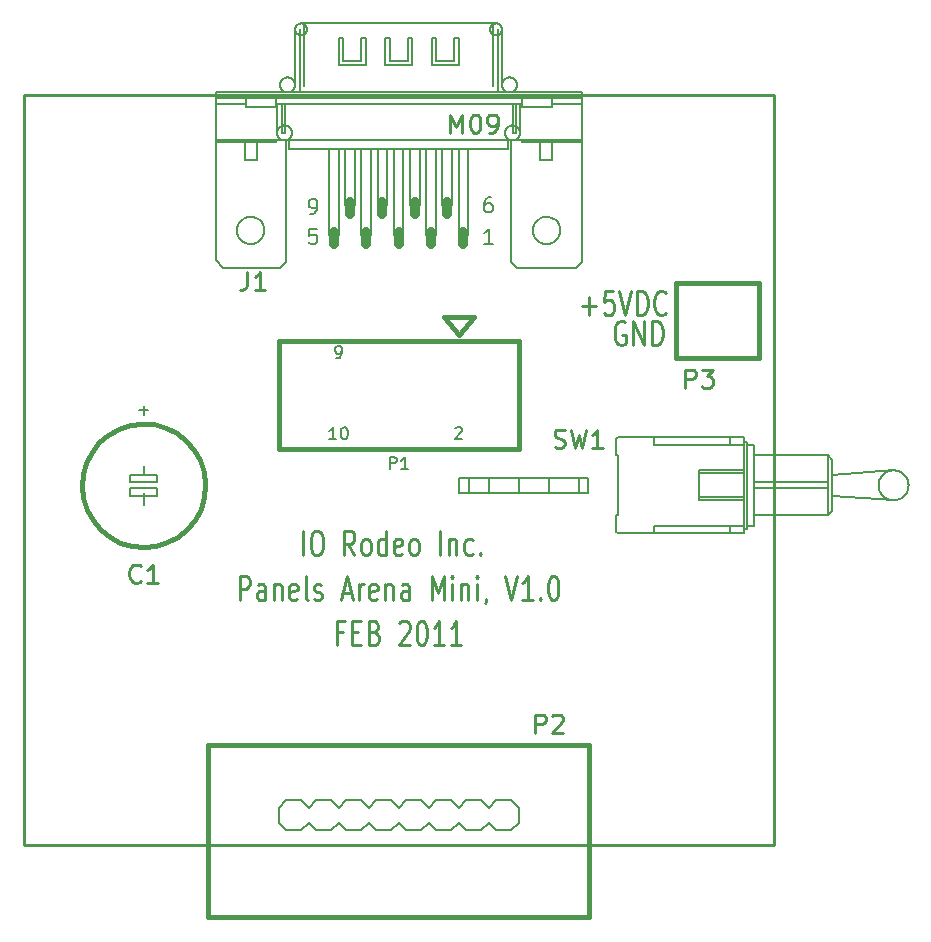
<source format=gto>
G04 (created by PCBNEW-RS274X (2010-03-14)-final) date Mon 07 Feb 2011 05:49:37 PM PST*
G01*
G70*
G90*
%MOIN*%
G04 Gerber Fmt 3.4, Leading zero omitted, Abs format*
%FSLAX34Y34*%
G04 APERTURE LIST*
%ADD10C,0.006000*%
%ADD11C,0.009000*%
%ADD12C,0.010000*%
%ADD13C,0.008000*%
%ADD14C,0.032000*%
%ADD15C,0.015000*%
%ADD16C,0.005000*%
%ADD17C,0.006700*%
G04 APERTURE END LIST*
G54D10*
G54D11*
X38500Y-31500D02*
X38500Y-56500D01*
X63500Y-31500D02*
X38500Y-31500D01*
X63500Y-56500D02*
X63500Y-31500D01*
X38500Y-56500D02*
X63500Y-56500D01*
G54D12*
X57129Y-38519D02*
X57586Y-38519D01*
X57357Y-38824D02*
X57357Y-38214D01*
X58158Y-38024D02*
X57872Y-38024D01*
X57843Y-38405D01*
X57872Y-38367D01*
X57929Y-38329D01*
X58072Y-38329D01*
X58129Y-38367D01*
X58158Y-38405D01*
X58186Y-38481D01*
X58186Y-38671D01*
X58158Y-38748D01*
X58129Y-38786D01*
X58072Y-38824D01*
X57929Y-38824D01*
X57872Y-38786D01*
X57843Y-38748D01*
X58357Y-38024D02*
X58557Y-38824D01*
X58757Y-38024D01*
X58957Y-38824D02*
X58957Y-38024D01*
X59100Y-38024D01*
X59185Y-38062D01*
X59243Y-38138D01*
X59271Y-38214D01*
X59300Y-38367D01*
X59300Y-38481D01*
X59271Y-38633D01*
X59243Y-38710D01*
X59185Y-38786D01*
X59100Y-38824D01*
X58957Y-38824D01*
X59900Y-38748D02*
X59871Y-38786D01*
X59785Y-38824D01*
X59728Y-38824D01*
X59643Y-38786D01*
X59585Y-38710D01*
X59557Y-38633D01*
X59528Y-38481D01*
X59528Y-38367D01*
X59557Y-38214D01*
X59585Y-38138D01*
X59643Y-38062D01*
X59728Y-38024D01*
X59785Y-38024D01*
X59871Y-38062D01*
X59900Y-38100D01*
X58543Y-39062D02*
X58486Y-39024D01*
X58400Y-39024D01*
X58315Y-39062D01*
X58257Y-39138D01*
X58229Y-39214D01*
X58200Y-39367D01*
X58200Y-39481D01*
X58229Y-39633D01*
X58257Y-39710D01*
X58315Y-39786D01*
X58400Y-39824D01*
X58457Y-39824D01*
X58543Y-39786D01*
X58572Y-39748D01*
X58572Y-39481D01*
X58457Y-39481D01*
X58829Y-39824D02*
X58829Y-39024D01*
X59172Y-39824D01*
X59172Y-39024D01*
X59458Y-39824D02*
X59458Y-39024D01*
X59601Y-39024D01*
X59686Y-39062D01*
X59744Y-39138D01*
X59772Y-39214D01*
X59801Y-39367D01*
X59801Y-39481D01*
X59772Y-39633D01*
X59744Y-39710D01*
X59686Y-39786D01*
X59601Y-39824D01*
X59458Y-39824D01*
X49144Y-49405D02*
X48944Y-49405D01*
X48944Y-49824D02*
X48944Y-49024D01*
X49230Y-49024D01*
X49458Y-49405D02*
X49658Y-49405D01*
X49744Y-49824D02*
X49458Y-49824D01*
X49458Y-49024D01*
X49744Y-49024D01*
X50201Y-49405D02*
X50287Y-49443D01*
X50315Y-49481D01*
X50344Y-49557D01*
X50344Y-49671D01*
X50315Y-49748D01*
X50287Y-49786D01*
X50229Y-49824D01*
X50001Y-49824D01*
X50001Y-49024D01*
X50201Y-49024D01*
X50258Y-49062D01*
X50287Y-49100D01*
X50315Y-49176D01*
X50315Y-49252D01*
X50287Y-49329D01*
X50258Y-49367D01*
X50201Y-49405D01*
X50001Y-49405D01*
X51029Y-49100D02*
X51058Y-49062D01*
X51115Y-49024D01*
X51258Y-49024D01*
X51315Y-49062D01*
X51344Y-49100D01*
X51372Y-49176D01*
X51372Y-49252D01*
X51344Y-49367D01*
X51001Y-49824D01*
X51372Y-49824D01*
X51743Y-49024D02*
X51800Y-49024D01*
X51857Y-49062D01*
X51886Y-49100D01*
X51915Y-49176D01*
X51943Y-49329D01*
X51943Y-49519D01*
X51915Y-49671D01*
X51886Y-49748D01*
X51857Y-49786D01*
X51800Y-49824D01*
X51743Y-49824D01*
X51686Y-49786D01*
X51657Y-49748D01*
X51629Y-49671D01*
X51600Y-49519D01*
X51600Y-49329D01*
X51629Y-49176D01*
X51657Y-49100D01*
X51686Y-49062D01*
X51743Y-49024D01*
X52514Y-49824D02*
X52171Y-49824D01*
X52343Y-49824D02*
X52343Y-49024D01*
X52286Y-49138D01*
X52228Y-49214D01*
X52171Y-49252D01*
X53085Y-49824D02*
X52742Y-49824D01*
X52914Y-49824D02*
X52914Y-49024D01*
X52857Y-49138D01*
X52799Y-49214D01*
X52742Y-49252D01*
X47814Y-46824D02*
X47814Y-46024D01*
X48214Y-46024D02*
X48328Y-46024D01*
X48386Y-46062D01*
X48443Y-46138D01*
X48471Y-46290D01*
X48471Y-46557D01*
X48443Y-46710D01*
X48386Y-46786D01*
X48328Y-46824D01*
X48214Y-46824D01*
X48157Y-46786D01*
X48100Y-46710D01*
X48071Y-46557D01*
X48071Y-46290D01*
X48100Y-46138D01*
X48157Y-46062D01*
X48214Y-46024D01*
X49529Y-46824D02*
X49329Y-46443D01*
X49186Y-46824D02*
X49186Y-46024D01*
X49414Y-46024D01*
X49472Y-46062D01*
X49500Y-46100D01*
X49529Y-46176D01*
X49529Y-46290D01*
X49500Y-46367D01*
X49472Y-46405D01*
X49414Y-46443D01*
X49186Y-46443D01*
X49872Y-46824D02*
X49814Y-46786D01*
X49786Y-46748D01*
X49757Y-46671D01*
X49757Y-46443D01*
X49786Y-46367D01*
X49814Y-46329D01*
X49872Y-46290D01*
X49957Y-46290D01*
X50014Y-46329D01*
X50043Y-46367D01*
X50072Y-46443D01*
X50072Y-46671D01*
X50043Y-46748D01*
X50014Y-46786D01*
X49957Y-46824D01*
X49872Y-46824D01*
X50586Y-46824D02*
X50586Y-46024D01*
X50586Y-46786D02*
X50529Y-46824D01*
X50415Y-46824D01*
X50357Y-46786D01*
X50329Y-46748D01*
X50300Y-46671D01*
X50300Y-46443D01*
X50329Y-46367D01*
X50357Y-46329D01*
X50415Y-46290D01*
X50529Y-46290D01*
X50586Y-46329D01*
X51100Y-46786D02*
X51043Y-46824D01*
X50929Y-46824D01*
X50872Y-46786D01*
X50843Y-46710D01*
X50843Y-46405D01*
X50872Y-46329D01*
X50929Y-46290D01*
X51043Y-46290D01*
X51100Y-46329D01*
X51129Y-46405D01*
X51129Y-46481D01*
X50843Y-46557D01*
X51472Y-46824D02*
X51414Y-46786D01*
X51386Y-46748D01*
X51357Y-46671D01*
X51357Y-46443D01*
X51386Y-46367D01*
X51414Y-46329D01*
X51472Y-46290D01*
X51557Y-46290D01*
X51614Y-46329D01*
X51643Y-46367D01*
X51672Y-46443D01*
X51672Y-46671D01*
X51643Y-46748D01*
X51614Y-46786D01*
X51557Y-46824D01*
X51472Y-46824D01*
X52386Y-46824D02*
X52386Y-46024D01*
X52672Y-46290D02*
X52672Y-46824D01*
X52672Y-46367D02*
X52700Y-46329D01*
X52758Y-46290D01*
X52843Y-46290D01*
X52900Y-46329D01*
X52929Y-46405D01*
X52929Y-46824D01*
X53472Y-46786D02*
X53415Y-46824D01*
X53301Y-46824D01*
X53243Y-46786D01*
X53215Y-46748D01*
X53186Y-46671D01*
X53186Y-46443D01*
X53215Y-46367D01*
X53243Y-46329D01*
X53301Y-46290D01*
X53415Y-46290D01*
X53472Y-46329D01*
X53729Y-46748D02*
X53757Y-46786D01*
X53729Y-46824D01*
X53700Y-46786D01*
X53729Y-46748D01*
X53729Y-46824D01*
X45701Y-48324D02*
X45701Y-47524D01*
X45929Y-47524D01*
X45987Y-47562D01*
X46015Y-47600D01*
X46044Y-47676D01*
X46044Y-47790D01*
X46015Y-47867D01*
X45987Y-47905D01*
X45929Y-47943D01*
X45701Y-47943D01*
X46558Y-48324D02*
X46558Y-47905D01*
X46529Y-47829D01*
X46472Y-47790D01*
X46358Y-47790D01*
X46301Y-47829D01*
X46558Y-48286D02*
X46501Y-48324D01*
X46358Y-48324D01*
X46301Y-48286D01*
X46272Y-48210D01*
X46272Y-48133D01*
X46301Y-48057D01*
X46358Y-48019D01*
X46501Y-48019D01*
X46558Y-47981D01*
X46844Y-47790D02*
X46844Y-48324D01*
X46844Y-47867D02*
X46872Y-47829D01*
X46930Y-47790D01*
X47015Y-47790D01*
X47072Y-47829D01*
X47101Y-47905D01*
X47101Y-48324D01*
X47615Y-48286D02*
X47558Y-48324D01*
X47444Y-48324D01*
X47387Y-48286D01*
X47358Y-48210D01*
X47358Y-47905D01*
X47387Y-47829D01*
X47444Y-47790D01*
X47558Y-47790D01*
X47615Y-47829D01*
X47644Y-47905D01*
X47644Y-47981D01*
X47358Y-48057D01*
X47987Y-48324D02*
X47929Y-48286D01*
X47901Y-48210D01*
X47901Y-47524D01*
X48186Y-48286D02*
X48243Y-48324D01*
X48358Y-48324D01*
X48415Y-48286D01*
X48443Y-48210D01*
X48443Y-48171D01*
X48415Y-48095D01*
X48358Y-48057D01*
X48272Y-48057D01*
X48215Y-48019D01*
X48186Y-47943D01*
X48186Y-47905D01*
X48215Y-47829D01*
X48272Y-47790D01*
X48358Y-47790D01*
X48415Y-47829D01*
X49129Y-48095D02*
X49415Y-48095D01*
X49072Y-48324D02*
X49272Y-47524D01*
X49472Y-48324D01*
X49672Y-48324D02*
X49672Y-47790D01*
X49672Y-47943D02*
X49700Y-47867D01*
X49729Y-47829D01*
X49786Y-47790D01*
X49843Y-47790D01*
X50271Y-48286D02*
X50214Y-48324D01*
X50100Y-48324D01*
X50043Y-48286D01*
X50014Y-48210D01*
X50014Y-47905D01*
X50043Y-47829D01*
X50100Y-47790D01*
X50214Y-47790D01*
X50271Y-47829D01*
X50300Y-47905D01*
X50300Y-47981D01*
X50014Y-48057D01*
X50557Y-47790D02*
X50557Y-48324D01*
X50557Y-47867D02*
X50585Y-47829D01*
X50643Y-47790D01*
X50728Y-47790D01*
X50785Y-47829D01*
X50814Y-47905D01*
X50814Y-48324D01*
X51357Y-48324D02*
X51357Y-47905D01*
X51328Y-47829D01*
X51271Y-47790D01*
X51157Y-47790D01*
X51100Y-47829D01*
X51357Y-48286D02*
X51300Y-48324D01*
X51157Y-48324D01*
X51100Y-48286D01*
X51071Y-48210D01*
X51071Y-48133D01*
X51100Y-48057D01*
X51157Y-48019D01*
X51300Y-48019D01*
X51357Y-47981D01*
X52100Y-48324D02*
X52100Y-47524D01*
X52300Y-48095D01*
X52500Y-47524D01*
X52500Y-48324D01*
X52786Y-48324D02*
X52786Y-47790D01*
X52786Y-47524D02*
X52757Y-47562D01*
X52786Y-47600D01*
X52814Y-47562D01*
X52786Y-47524D01*
X52786Y-47600D01*
X53072Y-47790D02*
X53072Y-48324D01*
X53072Y-47867D02*
X53100Y-47829D01*
X53158Y-47790D01*
X53243Y-47790D01*
X53300Y-47829D01*
X53329Y-47905D01*
X53329Y-48324D01*
X53615Y-48324D02*
X53615Y-47790D01*
X53615Y-47524D02*
X53586Y-47562D01*
X53615Y-47600D01*
X53643Y-47562D01*
X53615Y-47524D01*
X53615Y-47600D01*
X53929Y-48286D02*
X53929Y-48324D01*
X53901Y-48400D01*
X53872Y-48438D01*
X54558Y-47524D02*
X54758Y-48324D01*
X54958Y-47524D01*
X55472Y-48324D02*
X55129Y-48324D01*
X55301Y-48324D02*
X55301Y-47524D01*
X55244Y-47638D01*
X55186Y-47714D01*
X55129Y-47752D01*
X55729Y-48248D02*
X55757Y-48286D01*
X55729Y-48324D01*
X55700Y-48286D01*
X55729Y-48248D01*
X55729Y-48324D01*
X56129Y-47524D02*
X56186Y-47524D01*
X56243Y-47562D01*
X56272Y-47600D01*
X56301Y-47676D01*
X56329Y-47829D01*
X56329Y-48019D01*
X56301Y-48171D01*
X56272Y-48248D01*
X56243Y-48286D01*
X56186Y-48324D01*
X56129Y-48324D01*
X56072Y-48286D01*
X56043Y-48248D01*
X56015Y-48171D01*
X55986Y-48019D01*
X55986Y-47829D01*
X56015Y-47676D01*
X56043Y-47600D01*
X56072Y-47562D01*
X56129Y-47524D01*
G54D13*
X47200Y-31800D02*
X47100Y-31800D01*
X47100Y-31800D02*
X47100Y-32750D01*
X47200Y-32750D02*
X47100Y-32750D01*
X47200Y-31800D02*
X47200Y-32750D01*
X54900Y-31800D02*
X54800Y-31800D01*
X54800Y-31800D02*
X54800Y-32750D01*
X54900Y-32750D02*
X54800Y-32750D01*
X54900Y-31800D02*
X54900Y-32750D01*
X46270Y-33000D02*
X45870Y-33000D01*
X45870Y-33000D02*
X45870Y-33650D01*
X46270Y-33650D02*
X45870Y-33650D01*
X46270Y-33000D02*
X46270Y-33650D01*
X56130Y-33000D02*
X55730Y-33000D01*
X55730Y-33000D02*
X55730Y-33650D01*
X56130Y-33650D02*
X55730Y-33650D01*
X56130Y-33000D02*
X56130Y-33650D01*
X54650Y-33000D02*
X47350Y-33000D01*
X47350Y-33000D02*
X47350Y-33300D01*
X54650Y-33300D02*
X47350Y-33300D01*
X54650Y-33000D02*
X54650Y-33300D01*
X57100Y-31400D02*
X44900Y-31400D01*
X44900Y-31400D02*
X44900Y-31600D01*
X57100Y-31600D02*
X44900Y-31600D01*
X57100Y-31400D02*
X57100Y-31600D01*
X53320Y-33300D02*
X53000Y-33300D01*
X53000Y-33300D02*
X53000Y-36150D01*
X53320Y-36150D02*
X53000Y-36150D01*
X53320Y-33300D02*
X53320Y-36150D01*
X52780Y-33300D02*
X52460Y-33300D01*
X52460Y-33300D02*
X52460Y-35150D01*
X52780Y-35150D02*
X52460Y-35150D01*
X52780Y-33300D02*
X52780Y-35150D01*
X52240Y-33300D02*
X51920Y-33300D01*
X51920Y-33300D02*
X51920Y-36150D01*
X52240Y-36150D02*
X51920Y-36150D01*
X52240Y-33300D02*
X52240Y-36150D01*
X51700Y-33300D02*
X51380Y-33300D01*
X51380Y-33300D02*
X51380Y-35150D01*
X51700Y-35150D02*
X51380Y-35150D01*
X51700Y-33300D02*
X51700Y-35150D01*
X51160Y-33300D02*
X50840Y-33300D01*
X50840Y-33300D02*
X50840Y-36150D01*
X51160Y-36150D02*
X50840Y-36150D01*
X51160Y-33300D02*
X51160Y-36150D01*
X50620Y-33300D02*
X50300Y-33300D01*
X50300Y-33300D02*
X50300Y-35150D01*
X50620Y-35150D02*
X50300Y-35150D01*
X50620Y-33300D02*
X50620Y-35150D01*
X50080Y-33300D02*
X49760Y-33300D01*
X49760Y-33300D02*
X49760Y-36150D01*
X50080Y-36150D02*
X49760Y-36150D01*
X50080Y-33300D02*
X50080Y-36150D01*
X49540Y-33300D02*
X49220Y-33300D01*
X49220Y-33300D02*
X49220Y-35150D01*
X49540Y-35150D02*
X49220Y-35150D01*
X49540Y-33300D02*
X49540Y-35150D01*
X49000Y-33300D02*
X48680Y-33300D01*
X48680Y-33300D02*
X48680Y-36150D01*
X49000Y-36150D02*
X48680Y-36150D01*
X49000Y-33300D02*
X49000Y-36150D01*
G54D10*
X47750Y-29101D02*
X47850Y-29101D01*
X47700Y-31400D02*
X47700Y-29300D01*
X47700Y-31400D02*
X54300Y-31400D01*
X54300Y-31400D02*
X54300Y-29300D01*
X44900Y-33000D02*
X46900Y-33000D01*
X44900Y-33000D02*
X44900Y-31800D01*
X44900Y-33000D02*
X44900Y-33050D01*
X44900Y-31800D02*
X45900Y-31800D01*
X44900Y-31800D02*
X44900Y-31600D01*
X44900Y-31600D02*
X44900Y-31400D01*
X57100Y-31400D02*
X57100Y-31600D01*
X57100Y-31600D02*
X57100Y-31800D01*
X57100Y-31800D02*
X57100Y-33000D01*
X57100Y-33000D02*
X57100Y-33050D01*
X45900Y-31900D02*
X46900Y-31900D01*
X44900Y-31600D02*
X45900Y-31600D01*
X45900Y-31600D02*
X46900Y-31600D01*
X45900Y-31800D02*
X45900Y-31600D01*
X45900Y-31800D02*
X45900Y-31900D01*
X46900Y-31900D02*
X46900Y-31800D01*
X46900Y-31800D02*
X46900Y-31600D01*
X44900Y-33050D02*
X46900Y-33050D01*
X46900Y-33050D02*
X46900Y-33000D01*
X46900Y-31800D02*
X46950Y-31800D01*
X46950Y-31800D02*
X55050Y-31800D01*
X46900Y-33000D02*
X47250Y-33000D01*
X47250Y-33000D02*
X47350Y-33000D01*
X46950Y-32750D02*
X46950Y-31800D01*
X47350Y-33000D02*
X47350Y-33300D01*
X47350Y-33000D02*
X54650Y-33000D01*
X47350Y-33300D02*
X54650Y-33300D01*
X54650Y-33000D02*
X54650Y-33300D01*
X54650Y-33000D02*
X54750Y-33000D01*
X54750Y-33000D02*
X54800Y-33000D01*
X54800Y-33000D02*
X55100Y-33000D01*
X55100Y-33050D02*
X57100Y-33050D01*
X56100Y-31800D02*
X56100Y-31600D01*
X56100Y-31800D02*
X57100Y-31800D01*
X56100Y-31600D02*
X57100Y-31600D01*
X55100Y-31900D02*
X56100Y-31900D01*
X56100Y-31800D02*
X56100Y-31900D01*
X46900Y-31600D02*
X55100Y-31600D01*
X55100Y-31600D02*
X56100Y-31600D01*
X55100Y-31900D02*
X55100Y-31800D01*
X55100Y-31800D02*
X55100Y-31600D01*
X55050Y-32750D02*
X55050Y-31800D01*
X55050Y-31800D02*
X55100Y-31800D01*
X45150Y-37250D02*
X44900Y-37000D01*
X44900Y-37000D02*
X44900Y-33050D01*
X47050Y-37250D02*
X45150Y-37250D01*
X47050Y-37250D02*
X47250Y-37050D01*
X47250Y-37050D02*
X47250Y-33000D01*
X54750Y-37050D02*
X54750Y-33000D01*
X54750Y-37050D02*
X54950Y-37250D01*
X54950Y-37250D02*
X56900Y-37250D01*
X56900Y-37250D02*
X57100Y-37050D01*
X57100Y-37050D02*
X57100Y-33050D01*
X53000Y-30500D02*
X52100Y-30500D01*
X52100Y-30500D02*
X52100Y-29600D01*
X52100Y-29600D02*
X52250Y-29600D01*
X52250Y-29600D02*
X52250Y-30351D01*
X52250Y-30351D02*
X52850Y-30351D01*
X52850Y-30351D02*
X52850Y-29600D01*
X52850Y-29600D02*
X53000Y-29600D01*
X53000Y-29600D02*
X53000Y-30500D01*
X51450Y-30500D02*
X50550Y-30500D01*
X50550Y-30500D02*
X50550Y-29600D01*
X50550Y-29600D02*
X50700Y-29600D01*
X50700Y-29600D02*
X50700Y-30351D01*
X50700Y-30351D02*
X51300Y-30351D01*
X51300Y-30351D02*
X51300Y-29600D01*
X51300Y-29600D02*
X51450Y-29600D01*
X51450Y-29600D02*
X51450Y-30500D01*
X49900Y-30500D02*
X49000Y-30500D01*
X49000Y-30500D02*
X49000Y-29600D01*
X49000Y-29600D02*
X49150Y-29600D01*
X49150Y-29600D02*
X49150Y-30351D01*
X49150Y-30351D02*
X49750Y-30351D01*
X49750Y-30351D02*
X49750Y-29600D01*
X49750Y-29600D02*
X49900Y-29600D01*
X49900Y-29600D02*
X49900Y-30500D01*
X55100Y-33050D02*
X55100Y-33000D01*
X55100Y-33000D02*
X57100Y-33000D01*
X54300Y-31400D02*
X54700Y-31400D01*
X54700Y-31400D02*
X57100Y-31400D01*
X54449Y-31150D02*
X54449Y-29300D01*
X44900Y-31400D02*
X47300Y-31400D01*
X47300Y-31400D02*
X47700Y-31400D01*
X47551Y-31150D02*
X47551Y-29300D01*
X54150Y-31200D02*
X54150Y-29101D01*
X54150Y-29101D02*
X54250Y-29101D01*
X47850Y-31200D02*
X47850Y-29101D01*
X47850Y-29101D02*
X54150Y-29101D01*
G54D14*
X51000Y-36450D02*
X51000Y-36050D01*
X49920Y-36450D02*
X49920Y-36050D01*
X48840Y-36450D02*
X48840Y-36050D01*
X49380Y-35450D02*
X49380Y-35050D01*
X50460Y-35450D02*
X50460Y-35050D01*
X51540Y-35450D02*
X51540Y-35050D01*
X52080Y-36450D02*
X52080Y-36050D01*
X52620Y-35450D02*
X52620Y-35050D01*
X53160Y-36450D02*
X53160Y-36050D01*
G54D10*
X46529Y-36000D02*
X46520Y-36089D01*
X46494Y-36174D01*
X46452Y-36254D01*
X46395Y-36323D01*
X46326Y-36380D01*
X46247Y-36423D01*
X46162Y-36449D01*
X46073Y-36458D01*
X45984Y-36450D01*
X45899Y-36425D01*
X45819Y-36384D01*
X45749Y-36327D01*
X45692Y-36259D01*
X45649Y-36180D01*
X45622Y-36095D01*
X45612Y-36006D01*
X45619Y-35918D01*
X45644Y-35832D01*
X45685Y-35752D01*
X45740Y-35682D01*
X45809Y-35624D01*
X45887Y-35580D01*
X45972Y-35552D01*
X46061Y-35542D01*
X46149Y-35548D01*
X46235Y-35573D01*
X46315Y-35613D01*
X46386Y-35668D01*
X46445Y-35736D01*
X46489Y-35814D01*
X46517Y-35899D01*
X46528Y-35988D01*
X46529Y-36000D01*
X56389Y-36000D02*
X56380Y-36089D01*
X56354Y-36174D01*
X56312Y-36254D01*
X56255Y-36323D01*
X56186Y-36380D01*
X56107Y-36423D01*
X56022Y-36449D01*
X55933Y-36458D01*
X55844Y-36450D01*
X55759Y-36425D01*
X55679Y-36384D01*
X55609Y-36327D01*
X55552Y-36259D01*
X55509Y-36180D01*
X55482Y-36095D01*
X55472Y-36006D01*
X55479Y-35918D01*
X55504Y-35832D01*
X55545Y-35752D01*
X55600Y-35682D01*
X55669Y-35624D01*
X55747Y-35580D01*
X55832Y-35552D01*
X55921Y-35542D01*
X56009Y-35548D01*
X56095Y-35573D01*
X56175Y-35613D01*
X56246Y-35668D01*
X56305Y-35736D01*
X56349Y-35814D01*
X56377Y-35899D01*
X56388Y-35988D01*
X56389Y-36000D01*
X47750Y-29101D02*
X47733Y-29102D01*
X47716Y-29105D01*
X47699Y-29108D01*
X47682Y-29114D01*
X47666Y-29120D01*
X47651Y-29128D01*
X47636Y-29137D01*
X47623Y-29148D01*
X47610Y-29160D01*
X47598Y-29173D01*
X47587Y-29186D01*
X47578Y-29201D01*
X47570Y-29216D01*
X47564Y-29232D01*
X47558Y-29249D01*
X47555Y-29266D01*
X47552Y-29283D01*
X47551Y-29300D01*
X47552Y-29317D01*
X47555Y-29334D01*
X47558Y-29351D01*
X47564Y-29368D01*
X47570Y-29384D01*
X47578Y-29399D01*
X47587Y-29414D01*
X47598Y-29427D01*
X47610Y-29440D01*
X47623Y-29452D01*
X47636Y-29463D01*
X47651Y-29472D01*
X47666Y-29480D01*
X47682Y-29486D01*
X47699Y-29492D01*
X47716Y-29495D01*
X47733Y-29498D01*
X47750Y-29499D01*
X47767Y-29498D01*
X47784Y-29495D01*
X47801Y-29492D01*
X47818Y-29486D01*
X47834Y-29480D01*
X47849Y-29472D01*
X47864Y-29463D01*
X47877Y-29452D01*
X47890Y-29440D01*
X47902Y-29427D01*
X47913Y-29414D01*
X47922Y-29399D01*
X47930Y-29384D01*
X47936Y-29368D01*
X47942Y-29351D01*
X47945Y-29334D01*
X47948Y-29317D01*
X47949Y-29300D01*
X47948Y-29283D01*
X47945Y-29266D01*
X47942Y-29249D01*
X47936Y-29232D01*
X47930Y-29216D01*
X47922Y-29201D01*
X47913Y-29186D01*
X47902Y-29173D01*
X47890Y-29160D01*
X47877Y-29148D01*
X47864Y-29137D01*
X47849Y-29128D01*
X47834Y-29120D01*
X47818Y-29114D01*
X47801Y-29108D01*
X47784Y-29105D01*
X47767Y-29102D01*
X47750Y-29101D01*
X47733Y-29102D01*
X47716Y-29105D01*
X47699Y-29108D01*
X47682Y-29114D01*
X47666Y-29120D01*
X47651Y-29128D01*
X47636Y-29137D01*
X47623Y-29148D01*
X47610Y-29160D01*
X47598Y-29173D01*
X47587Y-29186D01*
X47578Y-29201D01*
X47570Y-29216D01*
X47564Y-29232D01*
X47558Y-29249D01*
X47555Y-29266D01*
X47552Y-29283D01*
X47551Y-29300D01*
X54449Y-29300D02*
X54448Y-29283D01*
X54445Y-29266D01*
X54442Y-29249D01*
X54436Y-29232D01*
X54430Y-29216D01*
X54422Y-29201D01*
X54413Y-29186D01*
X54402Y-29173D01*
X54390Y-29160D01*
X54377Y-29148D01*
X54364Y-29137D01*
X54349Y-29128D01*
X54334Y-29120D01*
X54318Y-29114D01*
X54301Y-29108D01*
X54284Y-29105D01*
X54267Y-29102D01*
X54250Y-29101D01*
X54233Y-29102D01*
X54216Y-29105D01*
X54199Y-29108D01*
X54182Y-29114D01*
X54166Y-29120D01*
X54151Y-29128D01*
X54136Y-29137D01*
X54123Y-29148D01*
X54110Y-29160D01*
X54098Y-29173D01*
X54087Y-29186D01*
X54078Y-29201D01*
X54070Y-29216D01*
X54064Y-29232D01*
X54058Y-29249D01*
X54055Y-29266D01*
X54052Y-29283D01*
X54051Y-29300D01*
X54052Y-29317D01*
X54055Y-29334D01*
X54058Y-29351D01*
X54064Y-29368D01*
X54070Y-29384D01*
X54078Y-29399D01*
X54087Y-29414D01*
X54098Y-29427D01*
X54110Y-29440D01*
X54123Y-29452D01*
X54136Y-29463D01*
X54151Y-29472D01*
X54166Y-29480D01*
X54182Y-29486D01*
X54199Y-29492D01*
X54216Y-29495D01*
X54233Y-29498D01*
X54250Y-29499D01*
X54267Y-29498D01*
X54284Y-29495D01*
X54301Y-29492D01*
X54318Y-29486D01*
X54334Y-29480D01*
X54349Y-29472D01*
X54364Y-29463D01*
X54377Y-29452D01*
X54390Y-29440D01*
X54402Y-29427D01*
X54413Y-29414D01*
X54422Y-29399D01*
X54430Y-29384D01*
X54436Y-29368D01*
X54442Y-29351D01*
X54445Y-29334D01*
X54448Y-29317D01*
X54449Y-29300D01*
X54448Y-29283D01*
X54445Y-29266D01*
X54442Y-29249D01*
X54436Y-29232D01*
X54430Y-29216D01*
X54422Y-29201D01*
X54413Y-29186D01*
X54402Y-29173D01*
X54390Y-29160D01*
X54377Y-29148D01*
X54364Y-29137D01*
X54349Y-29128D01*
X54334Y-29120D01*
X54318Y-29114D01*
X54301Y-29108D01*
X54284Y-29105D01*
X54267Y-29102D01*
X54250Y-29101D01*
X46950Y-32750D02*
X46951Y-32771D01*
X46954Y-32793D01*
X46959Y-32814D01*
X46966Y-32835D01*
X46974Y-32855D01*
X46984Y-32874D01*
X46996Y-32893D01*
X47009Y-32910D01*
X47024Y-32926D01*
X47040Y-32941D01*
X47057Y-32954D01*
X47076Y-32966D01*
X47095Y-32976D01*
X47115Y-32984D01*
X47136Y-32991D01*
X47157Y-32996D01*
X47179Y-32999D01*
X47200Y-33000D01*
X47221Y-32999D01*
X47243Y-32996D01*
X47264Y-32991D01*
X47285Y-32984D01*
X47305Y-32976D01*
X47324Y-32966D01*
X47343Y-32954D01*
X47360Y-32941D01*
X47376Y-32926D01*
X47391Y-32910D01*
X47404Y-32893D01*
X47416Y-32874D01*
X47426Y-32855D01*
X47434Y-32835D01*
X47441Y-32814D01*
X47446Y-32793D01*
X47449Y-32771D01*
X47450Y-32750D01*
X47449Y-32729D01*
X47446Y-32707D01*
X47441Y-32686D01*
X47434Y-32665D01*
X47426Y-32645D01*
X47416Y-32625D01*
X47404Y-32607D01*
X47391Y-32590D01*
X47376Y-32574D01*
X47360Y-32559D01*
X47343Y-32546D01*
X47325Y-32534D01*
X47305Y-32524D01*
X47285Y-32516D01*
X47264Y-32509D01*
X47243Y-32504D01*
X47221Y-32501D01*
X47200Y-32500D01*
X47179Y-32501D01*
X47157Y-32504D01*
X47136Y-32509D01*
X47115Y-32516D01*
X47095Y-32524D01*
X47075Y-32534D01*
X47057Y-32546D01*
X47040Y-32559D01*
X47024Y-32574D01*
X47009Y-32590D01*
X46996Y-32607D01*
X46984Y-32625D01*
X46974Y-32645D01*
X46966Y-32665D01*
X46959Y-32686D01*
X46954Y-32707D01*
X46951Y-32729D01*
X46950Y-32750D01*
X46951Y-32771D01*
X46954Y-32793D01*
X46959Y-32814D01*
X46966Y-32835D01*
X46974Y-32855D01*
X46984Y-32874D01*
X46996Y-32893D01*
X47009Y-32910D01*
X47024Y-32926D01*
X47040Y-32941D01*
X47057Y-32954D01*
X47076Y-32966D01*
X47095Y-32976D01*
X47115Y-32984D01*
X47136Y-32991D01*
X47157Y-32996D01*
X47179Y-32999D01*
X47200Y-33000D01*
X54800Y-33000D02*
X54821Y-32999D01*
X54843Y-32996D01*
X54864Y-32991D01*
X54885Y-32984D01*
X54905Y-32976D01*
X54924Y-32966D01*
X54943Y-32954D01*
X54960Y-32941D01*
X54976Y-32926D01*
X54991Y-32910D01*
X55004Y-32893D01*
X55016Y-32874D01*
X55026Y-32855D01*
X55034Y-32835D01*
X55041Y-32814D01*
X55046Y-32793D01*
X55049Y-32771D01*
X55050Y-32750D01*
X55049Y-32729D01*
X55046Y-32707D01*
X55041Y-32686D01*
X55034Y-32665D01*
X55026Y-32645D01*
X55016Y-32625D01*
X55004Y-32607D01*
X54991Y-32590D01*
X54976Y-32574D01*
X54960Y-32559D01*
X54943Y-32546D01*
X54925Y-32534D01*
X54905Y-32524D01*
X54885Y-32516D01*
X54864Y-32509D01*
X54843Y-32504D01*
X54821Y-32501D01*
X54800Y-32500D01*
X54779Y-32501D01*
X54757Y-32504D01*
X54736Y-32509D01*
X54715Y-32516D01*
X54695Y-32524D01*
X54675Y-32534D01*
X54657Y-32546D01*
X54640Y-32559D01*
X54624Y-32574D01*
X54609Y-32590D01*
X54596Y-32607D01*
X54584Y-32625D01*
X54574Y-32645D01*
X54566Y-32665D01*
X54559Y-32686D01*
X54554Y-32707D01*
X54551Y-32729D01*
X54550Y-32750D01*
X54551Y-32771D01*
X54554Y-32793D01*
X54559Y-32814D01*
X54566Y-32835D01*
X54574Y-32855D01*
X54584Y-32874D01*
X54596Y-32893D01*
X54609Y-32910D01*
X54624Y-32926D01*
X54640Y-32941D01*
X54657Y-32954D01*
X54676Y-32966D01*
X54695Y-32976D01*
X54715Y-32984D01*
X54736Y-32991D01*
X54757Y-32996D01*
X54779Y-32999D01*
X54800Y-33000D01*
X54821Y-32999D01*
X54843Y-32996D01*
X54864Y-32991D01*
X54885Y-32984D01*
X54905Y-32976D01*
X54925Y-32966D01*
X54943Y-32954D01*
X54960Y-32941D01*
X54976Y-32926D01*
X54991Y-32910D01*
X55004Y-32893D01*
X55016Y-32874D01*
X55026Y-32855D01*
X55034Y-32835D01*
X55041Y-32814D01*
X55046Y-32793D01*
X55049Y-32771D01*
X55050Y-32750D01*
X54450Y-31150D02*
X54451Y-31171D01*
X54454Y-31193D01*
X54459Y-31214D01*
X54466Y-31235D01*
X54474Y-31255D01*
X54484Y-31274D01*
X54496Y-31293D01*
X54509Y-31310D01*
X54524Y-31326D01*
X54540Y-31341D01*
X54557Y-31354D01*
X54576Y-31366D01*
X54595Y-31376D01*
X54615Y-31384D01*
X54636Y-31391D01*
X54657Y-31396D01*
X54679Y-31399D01*
X54700Y-31400D01*
X54721Y-31399D01*
X54743Y-31396D01*
X54764Y-31391D01*
X54785Y-31384D01*
X54805Y-31376D01*
X54824Y-31366D01*
X54843Y-31354D01*
X54860Y-31341D01*
X54876Y-31326D01*
X54891Y-31310D01*
X54904Y-31293D01*
X54916Y-31274D01*
X54926Y-31255D01*
X54934Y-31235D01*
X54941Y-31214D01*
X54946Y-31193D01*
X54949Y-31171D01*
X54950Y-31150D01*
X54949Y-31129D01*
X54946Y-31107D01*
X54941Y-31086D01*
X54934Y-31065D01*
X54926Y-31045D01*
X54916Y-31025D01*
X54904Y-31007D01*
X54891Y-30990D01*
X54876Y-30974D01*
X54860Y-30959D01*
X54843Y-30946D01*
X54825Y-30934D01*
X54805Y-30924D01*
X54785Y-30916D01*
X54764Y-30909D01*
X54743Y-30904D01*
X54721Y-30901D01*
X54700Y-30900D01*
X54679Y-30901D01*
X54657Y-30904D01*
X54636Y-30909D01*
X54615Y-30916D01*
X54595Y-30924D01*
X54575Y-30934D01*
X54557Y-30946D01*
X54540Y-30959D01*
X54524Y-30974D01*
X54509Y-30990D01*
X54496Y-31007D01*
X54484Y-31025D01*
X54474Y-31045D01*
X54466Y-31065D01*
X54459Y-31086D01*
X54454Y-31107D01*
X54451Y-31129D01*
X54450Y-31150D01*
X54451Y-31171D01*
X54454Y-31193D01*
X54459Y-31214D01*
X54466Y-31235D01*
X54474Y-31255D01*
X54484Y-31274D01*
X54496Y-31293D01*
X54509Y-31310D01*
X54524Y-31326D01*
X54540Y-31341D01*
X54557Y-31354D01*
X54576Y-31366D01*
X54595Y-31376D01*
X54615Y-31384D01*
X54636Y-31391D01*
X54657Y-31396D01*
X54679Y-31399D01*
X54700Y-31400D01*
X47300Y-31401D02*
X47321Y-31400D01*
X47343Y-31397D01*
X47364Y-31392D01*
X47385Y-31385D01*
X47406Y-31377D01*
X47425Y-31367D01*
X47443Y-31355D01*
X47461Y-31342D01*
X47477Y-31327D01*
X47492Y-31311D01*
X47505Y-31293D01*
X47517Y-31275D01*
X47527Y-31256D01*
X47535Y-31235D01*
X47542Y-31214D01*
X47547Y-31193D01*
X47550Y-31171D01*
X47551Y-31150D01*
X47550Y-31129D01*
X47547Y-31107D01*
X47542Y-31086D01*
X47535Y-31065D01*
X47527Y-31044D01*
X47517Y-31025D01*
X47505Y-31007D01*
X47492Y-30989D01*
X47477Y-30973D01*
X47461Y-30958D01*
X47443Y-30945D01*
X47425Y-30933D01*
X47406Y-30923D01*
X47385Y-30915D01*
X47364Y-30908D01*
X47343Y-30903D01*
X47321Y-30900D01*
X47300Y-30899D01*
X47279Y-30900D01*
X47257Y-30903D01*
X47236Y-30908D01*
X47215Y-30915D01*
X47194Y-30923D01*
X47175Y-30933D01*
X47157Y-30945D01*
X47139Y-30958D01*
X47123Y-30973D01*
X47108Y-30989D01*
X47095Y-31007D01*
X47083Y-31025D01*
X47073Y-31044D01*
X47065Y-31065D01*
X47058Y-31086D01*
X47053Y-31107D01*
X47050Y-31129D01*
X47049Y-31150D01*
X47050Y-31171D01*
X47053Y-31193D01*
X47058Y-31214D01*
X47065Y-31235D01*
X47073Y-31256D01*
X47083Y-31275D01*
X47095Y-31293D01*
X47108Y-31311D01*
X47123Y-31327D01*
X47139Y-31342D01*
X47157Y-31355D01*
X47175Y-31367D01*
X47194Y-31377D01*
X47215Y-31385D01*
X47236Y-31392D01*
X47257Y-31397D01*
X47279Y-31400D01*
X47300Y-31401D01*
X47321Y-31400D01*
X47343Y-31397D01*
X47364Y-31392D01*
X47385Y-31385D01*
X47406Y-31377D01*
X47425Y-31367D01*
X47443Y-31355D01*
X47461Y-31342D01*
X47477Y-31327D01*
X47492Y-31311D01*
X47505Y-31293D01*
X47517Y-31275D01*
X47527Y-31256D01*
X47535Y-31235D01*
X47542Y-31214D01*
X47547Y-31193D01*
X47550Y-31171D01*
X47551Y-31150D01*
G54D13*
X57300Y-44750D02*
X57300Y-44250D01*
X57300Y-44250D02*
X57000Y-44250D01*
X57000Y-44750D02*
X57000Y-44250D01*
X57300Y-44750D02*
X57000Y-44750D01*
X56000Y-44750D02*
X56000Y-44250D01*
X56000Y-44250D02*
X55000Y-44250D01*
X55000Y-44750D02*
X55000Y-44250D01*
X56000Y-44750D02*
X55000Y-44750D01*
X54000Y-44750D02*
X54000Y-44250D01*
X54000Y-44250D02*
X53000Y-44250D01*
X53000Y-44750D02*
X53000Y-44250D01*
X54000Y-44750D02*
X53000Y-44750D01*
X57000Y-44750D02*
X57000Y-44250D01*
X57000Y-44250D02*
X56000Y-44250D01*
X56000Y-44750D02*
X56000Y-44250D01*
X57000Y-44750D02*
X56000Y-44750D01*
X55000Y-44750D02*
X55000Y-44250D01*
X55000Y-44250D02*
X54000Y-44250D01*
X54000Y-44750D02*
X54000Y-44250D01*
X55000Y-44750D02*
X54000Y-44750D01*
X54000Y-44750D02*
X54000Y-44250D01*
X54000Y-44250D02*
X53350Y-44250D01*
X53350Y-44750D02*
X53350Y-44250D01*
X54000Y-44750D02*
X53350Y-44750D01*
X62500Y-43150D02*
X62500Y-42900D01*
X62500Y-42900D02*
X62050Y-42900D01*
X62050Y-43150D02*
X62050Y-42900D01*
X62500Y-43150D02*
X62050Y-43150D01*
X62050Y-43150D02*
X62050Y-42900D01*
X62050Y-42900D02*
X59500Y-42900D01*
X59500Y-43150D02*
X59500Y-42900D01*
X62050Y-43150D02*
X59500Y-43150D01*
X62500Y-44900D02*
X62500Y-44100D01*
X62500Y-44100D02*
X61000Y-44100D01*
X61000Y-44900D02*
X61000Y-44100D01*
X62500Y-44900D02*
X61000Y-44900D01*
X62500Y-45000D02*
X62500Y-44900D01*
X62500Y-44900D02*
X61000Y-44900D01*
X61000Y-45000D02*
X61000Y-44900D01*
X62500Y-45000D02*
X61000Y-45000D01*
X62500Y-44100D02*
X62500Y-44000D01*
X62500Y-44000D02*
X61000Y-44000D01*
X61000Y-44100D02*
X61000Y-44000D01*
X62500Y-44100D02*
X61000Y-44100D01*
X62500Y-46100D02*
X62500Y-45850D01*
X62500Y-45850D02*
X62050Y-45850D01*
X62050Y-46100D02*
X62050Y-45850D01*
X62500Y-46100D02*
X62050Y-46100D01*
X62050Y-46100D02*
X62050Y-45850D01*
X62050Y-45850D02*
X59500Y-45850D01*
X59500Y-46100D02*
X59500Y-45850D01*
X62050Y-46100D02*
X59500Y-46100D01*
G54D10*
X62500Y-46100D02*
X58300Y-46100D01*
X62500Y-46100D02*
X62500Y-45950D01*
X62500Y-45950D02*
X62600Y-45950D01*
X62600Y-43050D02*
X62600Y-43150D01*
X62600Y-43050D02*
X62500Y-43050D01*
X62500Y-43050D02*
X62500Y-42900D01*
X62600Y-45850D02*
X62850Y-45850D01*
X62600Y-45850D02*
X62600Y-45950D01*
X62850Y-43150D02*
X62850Y-43500D01*
X62850Y-43150D02*
X62600Y-43150D01*
X65300Y-43500D02*
X65300Y-44400D01*
X65300Y-45500D02*
X65450Y-45350D01*
X65450Y-45350D02*
X65450Y-44850D01*
X65300Y-43500D02*
X65450Y-43650D01*
X65300Y-44400D02*
X62850Y-44400D01*
X65300Y-44400D02*
X65300Y-44600D01*
X62850Y-44400D02*
X62850Y-44600D01*
X65300Y-44600D02*
X62850Y-44600D01*
X65300Y-44600D02*
X65300Y-45500D01*
X65450Y-44850D02*
X67500Y-45000D01*
X67500Y-44000D02*
X65450Y-44150D01*
X65450Y-44150D02*
X65450Y-43650D01*
X65450Y-44850D02*
X65450Y-44150D01*
X58250Y-42950D02*
X58250Y-43500D01*
X58300Y-43500D02*
X58250Y-43500D01*
X58300Y-45500D02*
X58250Y-45500D01*
X58250Y-42950D02*
X58300Y-42900D01*
X58300Y-42900D02*
X62500Y-42900D01*
X58300Y-46100D02*
X58250Y-46050D01*
X58250Y-46050D02*
X58250Y-45500D01*
X58300Y-45500D02*
X58300Y-43500D01*
X62850Y-43500D02*
X63050Y-43500D01*
X63050Y-43500D02*
X65300Y-43500D01*
X62850Y-43500D02*
X62850Y-43950D01*
X62850Y-43950D02*
X62850Y-44400D01*
X62600Y-43150D02*
X62600Y-44050D01*
X62500Y-43050D02*
X62500Y-44050D01*
X62500Y-44900D02*
X62500Y-44050D01*
X62500Y-44900D02*
X62500Y-45950D01*
X62600Y-44950D02*
X62600Y-44050D01*
X62600Y-44950D02*
X62600Y-45850D01*
X62850Y-45050D02*
X62850Y-44600D01*
X62850Y-45050D02*
X62850Y-45500D01*
X62850Y-45500D02*
X62850Y-45850D01*
X62850Y-45500D02*
X63050Y-45500D01*
X63050Y-45500D02*
X65300Y-45500D01*
X67500Y-45000D02*
X67543Y-44998D01*
X67586Y-44992D01*
X67629Y-44982D01*
X67671Y-44969D01*
X67711Y-44953D01*
X67749Y-44933D01*
X67786Y-44909D01*
X67821Y-44883D01*
X67853Y-44853D01*
X67883Y-44821D01*
X67909Y-44786D01*
X67933Y-44749D01*
X67953Y-44711D01*
X67969Y-44671D01*
X67982Y-44629D01*
X67992Y-44586D01*
X67998Y-44543D01*
X68000Y-44500D01*
X67998Y-44457D01*
X67992Y-44414D01*
X67982Y-44371D01*
X67969Y-44329D01*
X67953Y-44289D01*
X67933Y-44250D01*
X67909Y-44214D01*
X67883Y-44179D01*
X67853Y-44147D01*
X67821Y-44117D01*
X67786Y-44091D01*
X67750Y-44067D01*
X67711Y-44047D01*
X67671Y-44031D01*
X67629Y-44018D01*
X67586Y-44008D01*
X67543Y-44002D01*
X67500Y-44000D01*
X67457Y-44002D01*
X67414Y-44008D01*
X67371Y-44018D01*
X67329Y-44031D01*
X67289Y-44047D01*
X67250Y-44067D01*
X67214Y-44091D01*
X67179Y-44117D01*
X67147Y-44147D01*
X67117Y-44179D01*
X67091Y-44214D01*
X67067Y-44250D01*
X67047Y-44289D01*
X67031Y-44329D01*
X67018Y-44371D01*
X67008Y-44414D01*
X67002Y-44457D01*
X67000Y-44500D01*
X67002Y-44543D01*
X67008Y-44586D01*
X67018Y-44629D01*
X67031Y-44671D01*
X67047Y-44711D01*
X67067Y-44749D01*
X67091Y-44786D01*
X67117Y-44821D01*
X67147Y-44853D01*
X67179Y-44883D01*
X67214Y-44909D01*
X67251Y-44933D01*
X67289Y-44953D01*
X67329Y-44969D01*
X67371Y-44982D01*
X67414Y-44992D01*
X67457Y-44998D01*
X67500Y-45000D01*
X67543Y-44998D01*
X67586Y-44992D01*
X67629Y-44982D01*
X67671Y-44969D01*
X67711Y-44953D01*
X67750Y-44933D01*
X67786Y-44909D01*
X67821Y-44883D01*
X67853Y-44853D01*
X67883Y-44821D01*
X67909Y-44786D01*
X67933Y-44749D01*
X67953Y-44711D01*
X67969Y-44671D01*
X67982Y-44629D01*
X67992Y-44586D01*
X67998Y-44543D01*
X68000Y-44500D01*
X67998Y-44457D01*
X67992Y-44414D01*
X67982Y-44371D01*
X67969Y-44329D01*
X67953Y-44289D01*
X67933Y-44251D01*
X67909Y-44214D01*
X67883Y-44179D01*
X67853Y-44147D01*
X67821Y-44117D01*
X67786Y-44091D01*
X67750Y-44067D01*
X67711Y-44047D01*
X67671Y-44031D01*
X67629Y-44018D01*
X67586Y-44008D01*
X67543Y-44002D01*
X67500Y-44000D01*
G54D15*
X44561Y-44500D02*
X44521Y-44900D01*
X44405Y-45285D01*
X44216Y-45640D01*
X43962Y-45952D01*
X43652Y-46208D01*
X43298Y-46399D01*
X42914Y-46518D01*
X42514Y-46560D01*
X42114Y-46524D01*
X41728Y-46410D01*
X41372Y-46224D01*
X41058Y-45972D01*
X40800Y-45664D01*
X40606Y-45311D01*
X40485Y-44928D01*
X40440Y-44528D01*
X40473Y-44128D01*
X40584Y-43742D01*
X40768Y-43384D01*
X41018Y-43069D01*
X41324Y-42808D01*
X41675Y-42612D01*
X42058Y-42488D01*
X42457Y-42440D01*
X42857Y-42471D01*
X43245Y-42579D01*
X43604Y-42760D01*
X43921Y-43008D01*
X44184Y-43312D01*
X44382Y-43662D01*
X44509Y-44044D01*
X44560Y-44443D01*
X44561Y-44500D01*
G54D13*
X42050Y-44600D02*
X42050Y-44850D01*
X42050Y-44850D02*
X42950Y-44850D01*
X42950Y-44600D02*
X42950Y-44850D01*
X42050Y-44600D02*
X42950Y-44600D01*
G54D10*
X42500Y-44050D02*
X42500Y-44150D01*
X42500Y-44150D02*
X42050Y-44150D01*
X42050Y-44150D02*
X42050Y-44400D01*
X42050Y-44400D02*
X42950Y-44400D01*
X42950Y-44400D02*
X42950Y-44150D01*
X42950Y-44150D02*
X42500Y-44150D01*
X42500Y-44750D02*
X42500Y-44950D01*
X42650Y-42000D02*
X42350Y-42000D01*
X42500Y-42150D02*
X42500Y-41850D01*
X42500Y-44950D02*
X42500Y-45150D01*
X42500Y-43850D02*
X42500Y-44050D01*
G54D15*
X44650Y-58900D02*
X57350Y-58900D01*
X57350Y-58900D02*
X57350Y-53150D01*
X57350Y-53150D02*
X44650Y-53150D01*
X44650Y-53150D02*
X44650Y-58900D01*
G54D13*
X53250Y-55000D02*
X53750Y-55000D01*
X53750Y-55000D02*
X54000Y-55250D01*
X54000Y-55750D02*
X53750Y-56000D01*
X52000Y-55250D02*
X52250Y-55000D01*
X52250Y-55000D02*
X52750Y-55000D01*
X52750Y-55000D02*
X53000Y-55250D01*
X53000Y-55750D02*
X52750Y-56000D01*
X52750Y-56000D02*
X52250Y-56000D01*
X52250Y-56000D02*
X52000Y-55750D01*
X53250Y-55000D02*
X53000Y-55250D01*
X53000Y-55750D02*
X53250Y-56000D01*
X53750Y-56000D02*
X53250Y-56000D01*
X50250Y-55000D02*
X50750Y-55000D01*
X50750Y-55000D02*
X51000Y-55250D01*
X51000Y-55750D02*
X50750Y-56000D01*
X51000Y-55250D02*
X51250Y-55000D01*
X51250Y-55000D02*
X51750Y-55000D01*
X51750Y-55000D02*
X52000Y-55250D01*
X52000Y-55750D02*
X51750Y-56000D01*
X51750Y-56000D02*
X51250Y-56000D01*
X51250Y-56000D02*
X51000Y-55750D01*
X49000Y-55250D02*
X49250Y-55000D01*
X49250Y-55000D02*
X49750Y-55000D01*
X49750Y-55000D02*
X50000Y-55250D01*
X50000Y-55750D02*
X49750Y-56000D01*
X49750Y-56000D02*
X49250Y-56000D01*
X49250Y-56000D02*
X49000Y-55750D01*
X50250Y-55000D02*
X50000Y-55250D01*
X50000Y-55750D02*
X50250Y-56000D01*
X50750Y-56000D02*
X50250Y-56000D01*
X47250Y-55000D02*
X47750Y-55000D01*
X47750Y-55000D02*
X48000Y-55250D01*
X48000Y-55750D02*
X47750Y-56000D01*
X48000Y-55250D02*
X48250Y-55000D01*
X48250Y-55000D02*
X48750Y-55000D01*
X48750Y-55000D02*
X49000Y-55250D01*
X49000Y-55750D02*
X48750Y-56000D01*
X48750Y-56000D02*
X48250Y-56000D01*
X48250Y-56000D02*
X48000Y-55750D01*
X47000Y-55250D02*
X47000Y-55750D01*
X47250Y-55000D02*
X47000Y-55250D01*
X47000Y-55750D02*
X47250Y-56000D01*
X47750Y-56000D02*
X47250Y-56000D01*
X54250Y-55000D02*
X54750Y-55000D01*
X54750Y-55000D02*
X55000Y-55250D01*
X55000Y-55250D02*
X55000Y-55750D01*
X55000Y-55750D02*
X54750Y-56000D01*
X54250Y-55000D02*
X54000Y-55250D01*
X54000Y-55750D02*
X54250Y-56000D01*
X54750Y-56000D02*
X54250Y-56000D01*
G54D15*
X55000Y-43300D02*
X55000Y-39700D01*
X55000Y-39700D02*
X47000Y-39700D01*
X47000Y-39700D02*
X47000Y-43300D01*
X47000Y-43300D02*
X55000Y-43300D01*
X53000Y-39500D02*
X53500Y-38900D01*
X53500Y-38900D02*
X52500Y-38900D01*
X52500Y-38900D02*
X53000Y-39500D01*
X60250Y-40250D02*
X63000Y-40250D01*
X60250Y-40250D02*
X60250Y-37750D01*
X60250Y-37750D02*
X63000Y-37750D01*
X63000Y-40250D02*
X63000Y-37750D01*
G54D12*
X45950Y-37393D02*
X45950Y-37821D01*
X45922Y-37907D01*
X45865Y-37964D01*
X45779Y-37993D01*
X45722Y-37993D01*
X46550Y-37993D02*
X46207Y-37993D01*
X46379Y-37993D02*
X46379Y-37393D01*
X46322Y-37479D01*
X46264Y-37536D01*
X46207Y-37564D01*
G54D16*
X54143Y-36452D02*
X53857Y-36452D01*
X54000Y-36452D02*
X54000Y-35952D01*
X53952Y-36024D01*
X53905Y-36071D01*
X53857Y-36095D01*
X48270Y-35952D02*
X48032Y-35952D01*
X48008Y-36190D01*
X48032Y-36167D01*
X48080Y-36143D01*
X48199Y-36143D01*
X48246Y-36167D01*
X48270Y-36190D01*
X48294Y-36238D01*
X48294Y-36357D01*
X48270Y-36405D01*
X48246Y-36429D01*
X48199Y-36452D01*
X48080Y-36452D01*
X48032Y-36429D01*
X48008Y-36405D01*
X48056Y-35452D02*
X48151Y-35452D01*
X48199Y-35429D01*
X48223Y-35405D01*
X48270Y-35333D01*
X48294Y-35238D01*
X48294Y-35048D01*
X48270Y-35000D01*
X48246Y-34976D01*
X48199Y-34952D01*
X48103Y-34952D01*
X48056Y-34976D01*
X48032Y-35000D01*
X48008Y-35048D01*
X48008Y-35167D01*
X48032Y-35214D01*
X48056Y-35238D01*
X48103Y-35262D01*
X48199Y-35262D01*
X48246Y-35238D01*
X48270Y-35214D01*
X48294Y-35167D01*
X54095Y-34902D02*
X54000Y-34902D01*
X53952Y-34926D01*
X53929Y-34950D01*
X53881Y-35021D01*
X53857Y-35117D01*
X53857Y-35307D01*
X53881Y-35355D01*
X53905Y-35379D01*
X53952Y-35402D01*
X54048Y-35402D01*
X54095Y-35379D01*
X54119Y-35355D01*
X54143Y-35307D01*
X54143Y-35188D01*
X54119Y-35140D01*
X54095Y-35117D01*
X54048Y-35093D01*
X53952Y-35093D01*
X53905Y-35117D01*
X53881Y-35140D01*
X53857Y-35188D01*
G54D12*
X52729Y-32743D02*
X52729Y-32143D01*
X52929Y-32571D01*
X53129Y-32143D01*
X53129Y-32743D01*
X53529Y-32143D02*
X53586Y-32143D01*
X53643Y-32171D01*
X53672Y-32200D01*
X53701Y-32257D01*
X53729Y-32371D01*
X53729Y-32514D01*
X53701Y-32629D01*
X53672Y-32686D01*
X53643Y-32714D01*
X53586Y-32743D01*
X53529Y-32743D01*
X53472Y-32714D01*
X53443Y-32686D01*
X53415Y-32629D01*
X53386Y-32514D01*
X53386Y-32371D01*
X53415Y-32257D01*
X53443Y-32200D01*
X53472Y-32171D01*
X53529Y-32143D01*
X54014Y-32743D02*
X54129Y-32743D01*
X54186Y-32714D01*
X54214Y-32686D01*
X54272Y-32600D01*
X54300Y-32486D01*
X54300Y-32257D01*
X54272Y-32200D01*
X54243Y-32171D01*
X54186Y-32143D01*
X54072Y-32143D01*
X54014Y-32171D01*
X53986Y-32200D01*
X53957Y-32257D01*
X53957Y-32400D01*
X53986Y-32457D01*
X54014Y-32486D01*
X54072Y-32514D01*
X54186Y-32514D01*
X54243Y-32486D01*
X54272Y-32457D01*
X54300Y-32400D01*
X56200Y-43214D02*
X56286Y-43243D01*
X56429Y-43243D01*
X56486Y-43214D01*
X56515Y-43186D01*
X56543Y-43129D01*
X56543Y-43071D01*
X56515Y-43014D01*
X56486Y-42986D01*
X56429Y-42957D01*
X56315Y-42929D01*
X56257Y-42900D01*
X56229Y-42871D01*
X56200Y-42814D01*
X56200Y-42757D01*
X56229Y-42700D01*
X56257Y-42671D01*
X56315Y-42643D01*
X56457Y-42643D01*
X56543Y-42671D01*
X56743Y-42643D02*
X56886Y-43243D01*
X57000Y-42814D01*
X57114Y-43243D01*
X57257Y-42643D01*
X57800Y-43243D02*
X57457Y-43243D01*
X57629Y-43243D02*
X57629Y-42643D01*
X57572Y-42729D01*
X57514Y-42786D01*
X57457Y-42814D01*
X42401Y-47686D02*
X42372Y-47714D01*
X42286Y-47743D01*
X42229Y-47743D01*
X42144Y-47714D01*
X42086Y-47657D01*
X42058Y-47600D01*
X42029Y-47486D01*
X42029Y-47400D01*
X42058Y-47286D01*
X42086Y-47229D01*
X42144Y-47171D01*
X42229Y-47143D01*
X42286Y-47143D01*
X42372Y-47171D01*
X42401Y-47200D01*
X42972Y-47743D02*
X42629Y-47743D01*
X42801Y-47743D02*
X42801Y-47143D01*
X42744Y-47229D01*
X42686Y-47286D01*
X42629Y-47314D01*
X55558Y-52743D02*
X55558Y-52143D01*
X55786Y-52143D01*
X55844Y-52171D01*
X55872Y-52200D01*
X55901Y-52257D01*
X55901Y-52343D01*
X55872Y-52400D01*
X55844Y-52429D01*
X55786Y-52457D01*
X55558Y-52457D01*
X56129Y-52200D02*
X56158Y-52171D01*
X56215Y-52143D01*
X56358Y-52143D01*
X56415Y-52171D01*
X56444Y-52200D01*
X56472Y-52257D01*
X56472Y-52314D01*
X56444Y-52400D01*
X56101Y-52743D01*
X56472Y-52743D01*
G54D17*
X50705Y-43962D02*
X50705Y-43562D01*
X50858Y-43562D01*
X50896Y-43581D01*
X50915Y-43600D01*
X50934Y-43638D01*
X50934Y-43695D01*
X50915Y-43733D01*
X50896Y-43752D01*
X50858Y-43771D01*
X50705Y-43771D01*
X51315Y-43962D02*
X51086Y-43962D01*
X51200Y-43962D02*
X51200Y-43562D01*
X51162Y-43619D01*
X51124Y-43657D01*
X51086Y-43676D01*
X52886Y-42600D02*
X52905Y-42581D01*
X52943Y-42562D01*
X53039Y-42562D01*
X53077Y-42581D01*
X53096Y-42600D01*
X53115Y-42638D01*
X53115Y-42676D01*
X53096Y-42733D01*
X52867Y-42962D01*
X53115Y-42962D01*
X48924Y-42962D02*
X48695Y-42962D01*
X48809Y-42962D02*
X48809Y-42562D01*
X48771Y-42619D01*
X48733Y-42657D01*
X48695Y-42676D01*
X49171Y-42562D02*
X49210Y-42562D01*
X49248Y-42581D01*
X49267Y-42600D01*
X49286Y-42638D01*
X49305Y-42714D01*
X49305Y-42810D01*
X49286Y-42886D01*
X49267Y-42924D01*
X49248Y-42943D01*
X49210Y-42962D01*
X49171Y-42962D01*
X49133Y-42943D01*
X49114Y-42924D01*
X49095Y-42886D01*
X49076Y-42810D01*
X49076Y-42714D01*
X49095Y-42638D01*
X49114Y-42600D01*
X49133Y-42581D01*
X49171Y-42562D01*
X48924Y-40262D02*
X49000Y-40262D01*
X49039Y-40243D01*
X49058Y-40224D01*
X49096Y-40167D01*
X49115Y-40090D01*
X49115Y-39938D01*
X49096Y-39900D01*
X49077Y-39881D01*
X49039Y-39862D01*
X48962Y-39862D01*
X48924Y-39881D01*
X48905Y-39900D01*
X48886Y-39938D01*
X48886Y-40033D01*
X48905Y-40071D01*
X48924Y-40090D01*
X48962Y-40110D01*
X49039Y-40110D01*
X49077Y-40090D01*
X49096Y-40071D01*
X49115Y-40033D01*
G54D12*
X60558Y-41243D02*
X60558Y-40643D01*
X60786Y-40643D01*
X60844Y-40671D01*
X60872Y-40700D01*
X60901Y-40757D01*
X60901Y-40843D01*
X60872Y-40900D01*
X60844Y-40929D01*
X60786Y-40957D01*
X60558Y-40957D01*
X61101Y-40643D02*
X61472Y-40643D01*
X61272Y-40871D01*
X61358Y-40871D01*
X61415Y-40900D01*
X61444Y-40929D01*
X61472Y-40986D01*
X61472Y-41129D01*
X61444Y-41186D01*
X61415Y-41214D01*
X61358Y-41243D01*
X61186Y-41243D01*
X61129Y-41214D01*
X61101Y-41186D01*
M02*

</source>
